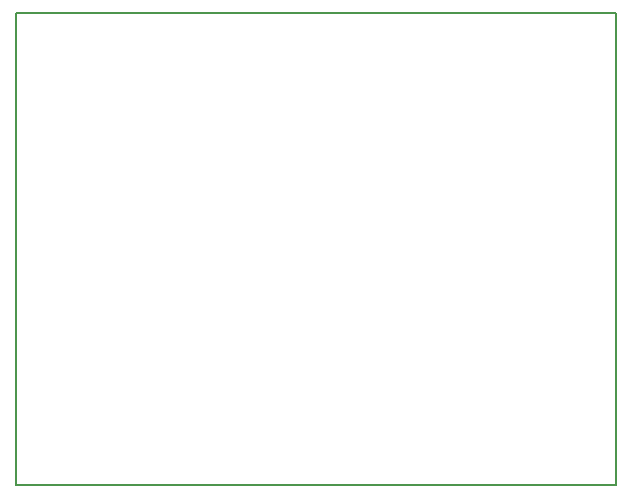
<source format=gm1>
G04 #@! TF.GenerationSoftware,KiCad,Pcbnew,(2017-02-19 revision a416f3a4e)-master*
G04 #@! TF.CreationDate,2017-04-29T21:26:46-07:00*
G04 #@! TF.ProjectId,Navi,4E6176692E6B696361645F7063620000,rev?*
G04 #@! TF.FileFunction,Profile,NP*
%FSLAX46Y46*%
G04 Gerber Fmt 4.6, Leading zero omitted, Abs format (unit mm)*
G04 Created by KiCad (PCBNEW (2017-02-19 revision a416f3a4e)-master) date 04/29/17 21:26:46*
%MOMM*%
%LPD*%
G01*
G04 APERTURE LIST*
%ADD10C,0.150000*%
%ADD11C,0.200000*%
G04 APERTURE END LIST*
D10*
D11*
X100400000Y-125000000D02*
X49600000Y-125000000D01*
X100400000Y-85000000D02*
X100400000Y-125000000D01*
X49600000Y-85000000D02*
X100400000Y-85000000D01*
X49600000Y-125000000D02*
X49600000Y-85000000D01*
M02*

</source>
